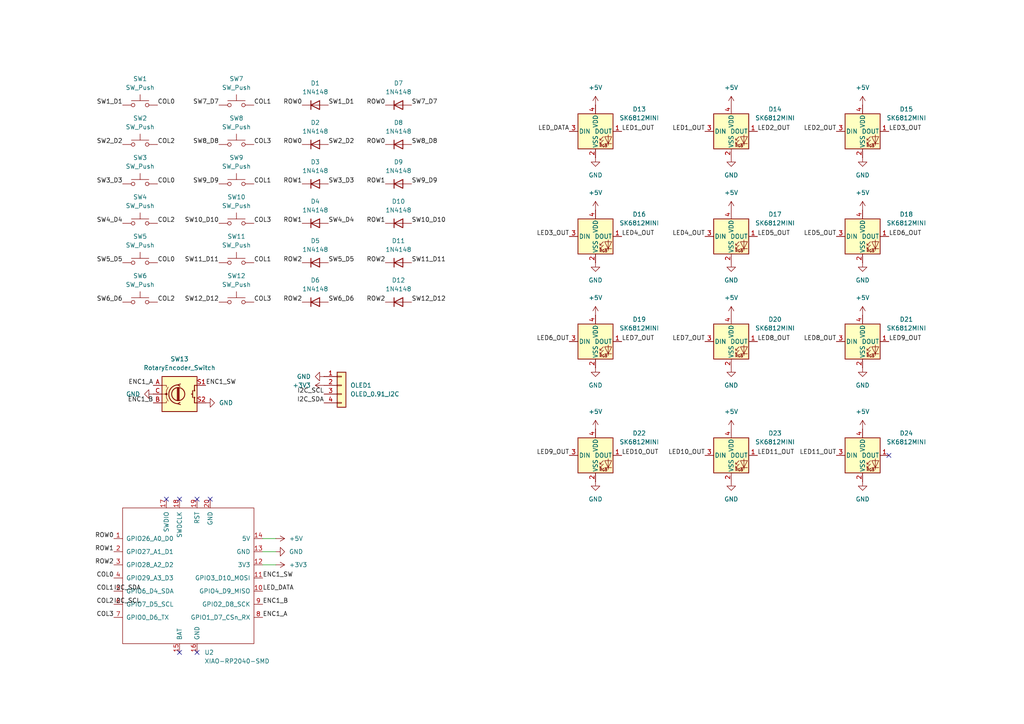
<source format=kicad_sch>
(kicad_sch (version 20250114) (generator "eeschema") (generator_version "9.0")
  (paper "A4")
  (lib_symbols
    (symbol "Conn_01x04_1" (pin_names (offset 1.016) (hide yes))
      (property "Reference" "OLED1" (at 2.54 0.0001 0))
      (property "Value" "OLED_0.91_I2C" (at 2.54 -2.5399 0))
      (symbol "Conn_01x04_1_1_1"
        (rectangle (start -1.27 3.81) (end 1.27 -6.35) (stroke (width 0.254)) (fill (type background)))
        (rectangle (start -1.27 2.667) (end 0 2.413) (stroke (width 0.1524)))
        (rectangle (start -1.27 0.127) (end 0 -0.127) (stroke (width 0.1524)))
        (rectangle (start -1.27 -2.413) (end 0 -2.667) (stroke (width 0.1524)))
        (rectangle (start -1.27 -4.953) (end 0 -5.207) (stroke (width 0.1524)))
        (pin power_in line (at -5.08 2.54 0) (length 3.81) (name "Pin_1") (number "1"))
        (pin power_in line (at -5.08 0 0) (length 3.81) (name "Pin_2") (number "2"))
        (pin input line (at -5.08 -2.54 0) (length 3.81) (name "Pin_3") (number "3"))
        (pin bidirectional line (at -5.08 -5.08 0) (length 3.81) (name "Pin_4") (number "4"))
      )
    )
    (symbol "Device:RotaryEncoder_Switch" (pin_names (offset 0.254) (hide yes))
      (property "Reference" "SW" (at 0 6.604 0))
      (property "Value" "RotaryEncoder_Switch" (at 0 -6.604 0))
      (symbol "RotaryEncoder_Switch_0_1"
        (rectangle (start -5.08 5.08) (end 5.08 -5.08) (stroke (width 0.254)) (fill (type background)))
        (polyline (pts (xy -5.08 2.54) (xy -3.81 2.54) (xy -3.81 2.032)))
        (polyline (pts (xy -5.08 0) (xy -3.81 0) (xy -3.81 -1.016) (xy -3.302 -2.032)))
        (polyline (pts (xy -5.08 -2.54) (xy -3.81 -2.54) (xy -3.81 -2.032)))
        (polyline (pts (xy -4.318 0) (xy -3.81 0) (xy -3.81 1.016) (xy -3.302 2.032)))
        (circle (center -3.81 0) (radius 0.254) (fill (type outline)))
        (polyline (pts (xy -0.635 -1.778) (xy -0.635 1.778)) (stroke (width 0.254)))
        (circle (center -0.381 0) (radius 1.905) (stroke (width 0.254)))
        (polyline (pts (xy -0.381 -1.778) (xy -0.381 1.778)) (stroke (width 0.254)))
        (arc (start -0.381 -2.794) (mid -3.0988 -0.0635) (end -0.381 2.667) (stroke (width 0.254)))
        (polyline (pts (xy -0.127 1.778) (xy -0.127 -1.778)) (stroke (width 0.254)))
        (polyline (pts (xy 0.254 2.921) (xy -0.508 2.667) (xy 0.127 2.286)) (stroke (width 0.254)))
        (polyline (pts (xy 0.254 -3.048) (xy -0.508 -2.794) (xy 0.127 -2.413)) (stroke (width 0.254)))
        (polyline (pts (xy 3.81 1.016) (xy 3.81 -1.016)) (stroke (width 0.254)))
        (polyline (pts (xy 3.81 0) (xy 3.429 0)) (stroke (width 0.254)))
        (circle (center 4.318 1.016) (radius 0.127) (stroke (width 0.254)))
        (circle (center 4.318 -1.016) (radius 0.127) (stroke (width 0.254)))
        (polyline (pts (xy 5.08 2.54) (xy 4.318 2.54) (xy 4.318 1.016)) (stroke (width 0.254)))
        (polyline (pts (xy 5.08 -2.54) (xy 4.318 -2.54) (xy 4.318 -1.016)) (stroke (width 0.254)))
      )
      (symbol "RotaryEncoder_Switch_1_1"
        (pin passive line (at -7.62 2.54 0) (length 2.54) (name "A") (number "A"))
        (pin passive line (at -7.62 0 0) (length 2.54) (name "C") (number "C"))
        (pin passive line (at -7.62 -2.54 0) (length 2.54) (name "B") (number "B"))
        (pin passive line (at 7.62 2.54 180) (length 2.54) (name "S1") (number "S1"))
        (pin passive line (at 7.62 -2.54 180) (length 2.54) (name "S2") (number "S2"))
      )
    )
    (symbol "Diode:1N4148" (pin_numbers (hide yes)) (pin_names (hide yes))
      (property "Reference" "D" (at 0 2.54 0))
      (property "Value" "1N4148" (at 0 -2.54 0))
      (symbol "1N4148_0_1"
        (polyline (pts (xy -1.27 1.27) (xy -1.27 -1.27)) (stroke (width 0.254)))
        (polyline (pts (xy 1.27 1.27) (xy 1.27 -1.27) (xy -1.27 0) (xy 1.27 1.27)) (stroke (width 0.254)))
        (polyline (pts (xy 1.27 0) (xy -1.27 0)))
      )
      (symbol "1N4148_1_1"
        (pin passive line (at -3.81 0 0) (length 2.54) (name "K") (number "1"))
        (pin passive line (at 3.81 0 180) (length 2.54) (name "A") (number "2"))
      )
    )
    (symbol "LED:SK6812MINI" (pin_names (offset 0.254))
      (property "Reference" "D" (at 5.08 5.715 0))
      (property "Value" "SK6812MINI" (at 1.27 -5.715 0))
      (symbol "SK6812MINI_0_0"
        (text "RGB" (at 2.286 -4.191 0) (effects (font (size 0.762 0.762))))
      )
      (symbol "SK6812MINI_0_1"
        (polyline (pts (xy 1.27 -2.54) (xy 1.778 -2.54)))
        (polyline (pts (xy 1.27 -3.556) (xy 1.778 -3.556)))
        (polyline (pts (xy 2.286 -1.524) (xy 1.27 -2.54) (xy 1.27 -2.032)))
        (polyline (pts (xy 2.286 -2.54) (xy 1.27 -3.556) (xy 1.27 -3.048)))
        (polyline (pts (xy 3.683 -1.016) (xy 3.683 -3.556) (xy 3.683 -4.064)))
        (polyline (pts (xy 4.699 -1.524) (xy 2.667 -1.524) (xy 3.683 -3.556) (xy 4.699 -1.524)))
        (polyline (pts (xy 4.699 -3.556) (xy 2.667 -3.556)))
        (rectangle (start 5.08 5.08) (end -5.08 -5.08) (stroke (width 0.254)) (fill (type background)))
      )
      (symbol "SK6812MINI_1_1"
        (pin input line (at -7.62 0 0) (length 2.54) (name "DIN") (number "3"))
        (pin power_in line (at 0 7.62 270) (length 2.54) (name "VDD") (number "4"))
        (pin power_in line (at 0 -7.62 90) (length 2.54) (name "VSS") (number "2"))
        (pin output line (at 7.62 0 180) (length 2.54) (name "DOUT") (number "1"))
      )
    )
    (symbol "OPL:XIAO-RP2040-SMD" (pin_names (offset 1.016))
      (property "Reference" "U" (at -18.542 23.114 0))
      (property "Value" "XIAO-RP2040-SMD" (at -8.382 21.336 0))
      (symbol "XIAO-RP2040-SMD_0_1"
        (rectangle (start 19.05 -19.05) (end -19.05 20.32))
      )
      (symbol "XIAO-RP2040-SMD_1_1"
        (pin passive line (at -21.59 11.43 0) (length 2.54) (name "GPIO26_A0_D0") (number "1"))
        (pin passive line (at -21.59 7.62 0) (length 2.54) (name "GPIO27_A1_D1") (number "2"))
        (pin passive line (at -21.59 3.81 0) (length 2.54) (name "GPIO28_A2_D2") (number "3"))
        (pin passive line (at -21.59 0 0) (length 2.54) (name "GPIO29_A3_D3") (number "4"))
        (pin passive line (at -21.59 -3.81 0) (length 2.54) (name "GPIO6_D4_SDA") (number "5"))
        (pin passive line (at -21.59 -7.62 0) (length 2.54) (name "GPIO7_D5_SCL") (number "6"))
        (pin passive line (at -21.59 -11.43 0) (length 2.54) (name "GPIO0_D6_TX") (number "7"))
        (pin passive line (at -6.35 22.86 270) (length 2.54) (name "SWDIO") (number "17"))
        (pin passive line (at -2.54 22.86 270) (length 2.54) (name "SWDCLK") (number "18"))
        (pin passive line (at -2.54 -21.59 90) (length 2.54) (name "BAT") (number "15"))
        (pin passive line (at 2.54 22.86 270) (length 2.54) (name "RST") (number "19"))
        (pin passive line (at 2.54 -21.59 90) (length 2.54) (name "GND") (number "16"))
        (pin passive line (at 6.35 22.86 270) (length 2.54) (name "GND") (number "20"))
        (pin passive line (at 21.59 11.43 180) (length 2.54) (name "5V") (number "14"))
        (pin passive line (at 21.59 7.62 180) (length 2.54) (name "GND") (number "13"))
        (pin passive line (at 21.59 3.81 180) (length 2.54) (name "3V3") (number "12"))
        (pin passive line (at 21.59 0 180) (length 2.54) (name "GPIO3_D10_MOSI") (number "11"))
        (pin passive line (at 21.59 -3.81 180) (length 2.54) (name "GPIO4_D9_MISO") (number "10"))
        (pin passive line (at 21.59 -7.62 180) (length 2.54) (name "GPIO2_D8_SCK") (number "9"))
        (pin passive line (at 21.59 -11.43 180) (length 2.54) (name "GPIO1_D7_CSn_RX") (number "8"))
      )
    )
    (symbol "Switch:SW_Push" (pin_numbers (hide yes)) (pin_names (offset 1.016) (hide yes))
      (property "Reference" "SW" (at 1.27 2.54 0))
      (property "Value" "SW_Push" (at 0 -1.524 0))
      (symbol "SW_Push_0_1"
        (circle (center -2.032 0) (radius 0.508))
        (polyline (pts (xy 0 1.27) (xy 0 3.048)))
        (circle (center 2.032 0) (radius 0.508))
        (polyline (pts (xy 2.54 1.27) (xy -2.54 1.27)))
        (pin passive line (at -5.08 0 0) (length 2.54) (name "1") (number "1"))
        (pin passive line (at 5.08 0 180) (length 2.54) (name "2") (number "2"))
      )
    )
    (symbol "power:+3V3" (power) (pin_numbers (hide yes)) (pin_names (offset 0) (hide yes))
      (property "Value" "+3V3" (at 0 3.556 0))
      (symbol "+3V3_0_1"
        (polyline (pts (xy -0.762 1.27) (xy 0 2.54)))
        (polyline (pts (xy 0 2.54) (xy 0.762 1.27)))
        (polyline (pts (xy 0 0) (xy 0 2.54)))
      )
      (symbol "+3V3_1_1"
        (pin power_in line (at 0 0 90) (length 0) (name "~") (number "1"))
      )
    )
    (symbol "power:+5V" (power) (pin_numbers (hide yes)) (pin_names (offset 0) (hide yes))
      (property "Value" "+5V" (at 0 3.556 0))
      (symbol "+5V_0_1"
        (polyline (pts (xy -0.762 1.27) (xy 0 2.54)))
        (polyline (pts (xy 0 2.54) (xy 0.762 1.27)))
        (polyline (pts (xy 0 0) (xy 0 2.54)))
      )
      (symbol "+5V_1_1"
        (pin power_in line (at 0 0 90) (length 0) (name "~") (number "1"))
      )
    )
    (symbol "power:GND" (power) (pin_numbers (hide yes)) (pin_names (offset 0) (hide yes))
      (property "Value" "GND" (at 0 -3.81 0))
      (symbol "GND_0_1"
        (polyline (pts (xy 0 0) (xy 0 -1.27) (xy 1.27 -1.27) (xy 0 -2.54) (xy -1.27 -1.27) (xy 0 -1.27)))
      )
      (symbol "GND_1_1"
        (pin power_in line (at 0 0 270) (length 0) (name "~") (number "1"))
      )
    )
  )
  (no_connect (at 57.15 189.23))
  (no_connect (at 52.07 189.23))
  (no_connect (at 57.15 144.78))
  (no_connect (at 60.96 144.78))
  (no_connect (at 52.07 144.78))
  (no_connect (at 257.81 132.08))
  (no_connect (at 48.26 144.78))
  (wire (pts (xy 76.2 160.02) (xy 80.01 160.02)))
  (wire (pts (xy 76.2 163.83) (xy 80.01 163.83)))
  (wire (pts (xy 76.2 156.21) (xy 80.01 156.21)))
  (label "SW8_D8" (at 119.38 41.91 0))
  (label "LED_DATA" (at 165.1 38.1 180))
  (label "LED9_OUT" (at 165.1 132.08 180))
  (label "ENC1_A" (at 76.2 179.07 0))
  (label "ENC1_B" (at 44.45 116.84 180))
  (label "SW3_D3" (at 95.25 53.34 0))
  (label "COL3" (at 33.02 179.07 180))
  (label "LED4_OUT" (at 180.34 68.58 0))
  (label "COL0" (at 33.02 167.64 180))
  (label "SW11_D11" (at 119.38 76.2 0))
  (label "SW10_D10" (at 63.5 64.77 180))
  (label "SW2_D2" (at 95.25 41.91 0))
  (label "ENC1_B" (at 76.2 175.26 0))
  (label "SW5_D5" (at 35.56 76.2 180))
  (label "ROW2" (at 111.76 76.2 180))
  (label "ROW2" (at 111.76 87.63 180))
  (label "LED6_OUT" (at 257.81 68.58 0))
  (label "SW4_D4" (at 95.25 64.77 0))
  (label "COL3" (at 73.66 87.63 0))
  (label "I2C_SCL" (at 93.98 114.3 180))
  (label "LED11_OUT" (at 219.71 132.08 0))
  (label "ROW2" (at 87.63 87.63 180))
  (label "COL2" (at 33.02 175.26 180))
  (label "SW4_D4" (at 35.56 64.77 180))
  (label "COL2" (at 45.72 64.77 0))
  (label "SW9_D9" (at 119.38 53.34 0))
  (label "LED2_OUT" (at 219.71 38.1 0))
  (label "LED8_OUT" (at 219.71 99.06 0))
  (label "LED7_OUT" (at 204.47 99.06 180))
  (label "I2C_SDA" (at 93.98 116.84 180))
  (label "ROW1" (at 111.76 64.77 180))
  (label "COL3" (at 73.66 64.77 0))
  (label "ROW0" (at 33.02 156.21 180))
  (label "COL1" (at 73.66 53.34 0))
  (label "COL1" (at 73.66 76.2 0))
  (label "ENC1_A" (at 44.45 111.76 180))
  (label "LED7_OUT" (at 180.34 99.06 0))
  (label "I2C_SCL" (at 33.02 175.26 0))
  (label "LED10_OUT" (at 180.34 132.08 0))
  (label "LED4_OUT" (at 204.47 68.58 180))
  (label "SW11_D11" (at 63.5 76.2 180))
  (label "SW6_D6" (at 95.25 87.63 0))
  (label "LED11_OUT" (at 242.57 132.08 180))
  (label "ROW0" (at 111.76 41.91 180))
  (label "SW7_D7" (at 119.38 30.48 0))
  (label "ROW1" (at 33.02 160.02 180))
  (label "ROW1" (at 87.63 53.34 180))
  (label "ROW1" (at 87.63 64.77 180))
  (label "LED8_OUT" (at 242.57 99.06 180))
  (label "SW6_D6" (at 35.56 87.63 180))
  (label "ROW0" (at 87.63 30.48 180))
  (label "SW12_D12" (at 63.5 87.63 180))
  (label "I2C_SDA" (at 33.02 171.45 0))
  (label "LED1_OUT" (at 204.47 38.1 180))
  (label "LED6_OUT" (at 165.1 99.06 180))
  (label "SW1_D1" (at 95.25 30.48 0))
  (label "LED10_OUT" (at 204.47 132.08 180))
  (label "LED_DATA" (at 76.2 171.45 0))
  (label "COL3" (at 73.66 41.91 0))
  (label "COL0" (at 45.72 76.2 0))
  (label "SW1_D1" (at 35.56 30.48 180))
  (label "ROW2" (at 33.02 163.83 180))
  (label "SW10_D10" (at 119.38 64.77 0))
  (label "ENC1_SW" (at 59.69 111.76 0))
  (label "LED2_OUT" (at 242.57 38.1 180))
  (label "LED9_OUT" (at 257.81 99.06 0))
  (label "COL0" (at 45.72 53.34 0))
  (label "ROW2" (at 87.63 76.2 180))
  (label "ROW0" (at 87.63 41.91 180))
  (label "SW2_D2" (at 35.56 41.91 180))
  (label "COL2" (at 45.72 41.91 0))
  (label "COL1" (at 73.66 30.48 0))
  (label "LED3_OUT" (at 257.81 38.1 0))
  (label "COL2" (at 45.72 87.63 0))
  (label "COL0" (at 45.72 30.48 0))
  (label "SW3_D3" (at 35.56 53.34 180))
  (label "SW7_D7" (at 63.5 30.48 180))
  (label "LED5_OUT" (at 219.71 68.58 0))
  (label "SW5_D5" (at 95.25 76.2 0))
  (label "SW9_D9" (at 63.5 53.34 180))
  (label "LED5_OUT" (at 242.57 68.58 180))
  (label "SW8_D8" (at 63.5 41.91 180))
  (label "LED3_OUT" (at 165.1 68.58 180))
  (label "ROW0" (at 111.76 30.48 180))
  (label "ROW1" (at 111.76 53.34 180))
  (label "SW12_D12" (at 119.38 87.63 0))
  (label "LED1_OUT" (at 180.34 38.1 0))
  (label "COL1" (at 33.02 171.45 180))
  (label "ENC1_SW" (at 76.2 167.64 0))
  (symbol (lib_id "LED:SK6812MINI") (at 212.09 38.1 0) (unit 1)
    (property "Reference" "D14" (at 224.79 31.6798 0))
    (property "Value" "SK6812MINI" (at 224.79 34.2198 0))
    (property "Footprint" "LED_SMD:LED_SK6812MINI_PLCC4_3.5x3.5mm_P1.75mm" (effects (hide yes)))
    (property "Datasheet" "https://cdn-shop.adafruit.com/product-files/2686/SK6812MINI_REV.01-1-2.pdf" (effects (hide yes)))
    (property "Description" "RGB LED with integrated controller" (effects (hide yes)))
  )
  (symbol (lib_id "LED:SK6812MINI") (at 172.72 68.58 0) (unit 1)
    (property "Reference" "D16" (at 185.42 62.1598 0))
    (property "Value" "SK6812MINI" (at 185.42 64.6998 0))
    (property "Footprint" "LED_SMD:LED_SK6812MINI_PLCC4_3.5x3.5mm_P1.75mm" (effects (hide yes)))
    (property "Datasheet" "https://cdn-shop.adafruit.com/product-files/2686/SK6812MINI_REV.01-1-2.pdf" (effects (hide yes)))
    (property "Description" "RGB LED with integrated controller" (effects (hide yes)))
  )
  (symbol (lib_id "Switch:SW_Push") (at 40.64 64.77 0) (unit 1)
    (property "Reference" "SW4" (at 40.64 57.15 0))
    (property "Value" "SW_Push" (at 40.64 59.69 0))
    (property "Footprint" "Button_Switch_Keyboard:SW_Cherry_MX_1.00u_PCB" (effects (hide yes)))
    (property "Description" "Push button switch, generic, two pins" (effects (hide yes)))
  )
  (symbol (lib_id "power:GND") (at 172.72 139.7 0) (unit 1)
    (property "Reference" "#PWR025" (effects (hide yes)))
    (property "Value" "GND" (at 172.72 144.78 0))
    (property "Description" "Power symbol creates a global label with name \"GND\" , ground" (effects (hide yes)))
  )
  (symbol (lib_id "LED:SK6812MINI") (at 212.09 132.08 0) (unit 1)
    (property "Reference" "D23" (at 224.79 125.6598 0))
    (property "Value" "SK6812MINI" (at 224.79 128.1998 0))
    (property "Footprint" "LED_SMD:LED_SK6812MINI_PLCC4_3.5x3.5mm_P1.75mm" (effects (hide yes)))
    (property "Datasheet" "https://cdn-shop.adafruit.com/product-files/2686/SK6812MINI_REV.01-1-2.pdf" (effects (hide yes)))
    (property "Description" "RGB LED with integrated controller" (effects (hide yes)))
  )
  (symbol (lib_id "power:GND") (at 250.19 106.68 0) (unit 1)
    (property "Reference" "#PWR027" (effects (hide yes)))
    (property "Value" "GND" (at 250.19 111.76 0))
    (property "Description" "Power symbol creates a global label with name \"GND\" , ground" (effects (hide yes)))
  )
  (symbol (lib_id "Diode:1N4148") (at 115.57 41.91 0) (unit 1)
    (property "Reference" "D8" (at 115.57 35.56 0))
    (property "Value" "1N4148" (at 115.57 38.1 0))
    (property "Footprint" "Diode_THT:D_DO-35_SOD27_P7.62mm_Horizontal" (effects (hide yes)))
    (property "Datasheet" "https://assets.nexperia.com/documents/data-sheet/1N4148_1N4448.pdf" (effects (hide yes)))
    (property "Description" "100V 0.15A standard switching diode, DO-35" (effects (hide yes)))
    (property "Sim.Device" "D" (effects (hide yes)))
    (property "Sim.Pins" "1=K 2=A" (effects (hide yes)))
  )
  (symbol (lib_id "power:+3V3") (at 80.01 163.83 270) (unit 1)
    (property "Reference" "#PWR03" (effects (hide yes)))
    (property "Value" "+3V3" (at 83.82 163.8299 90) (effects (justify left)))
    (property "Description" "Power symbol creates a global label with name \"+3V3\"" (effects (hide yes)))
  )
  (symbol (lib_id "Diode:1N4148") (at 115.57 76.2 0) (unit 1)
    (property "Reference" "D11" (at 115.57 69.85 0))
    (property "Value" "1N4148" (at 115.57 72.39 0))
    (property "Footprint" "Diode_THT:D_DO-35_SOD27_P7.62mm_Horizontal" (effects (hide yes)))
    (property "Datasheet" "https://assets.nexperia.com/documents/data-sheet/1N4148_1N4448.pdf" (effects (hide yes)))
    (property "Description" "100V 0.15A standard switching diode, DO-35" (effects (hide yes)))
    (property "Sim.Device" "D" (effects (hide yes)))
    (property "Sim.Pins" "1=K 2=A" (effects (hide yes)))
  )
  (symbol (lib_id "Diode:1N4148") (at 91.44 76.2 0) (unit 1)
    (property "Reference" "D5" (at 91.44 69.85 0))
    (property "Value" "1N4148" (at 91.44 72.39 0))
    (property "Footprint" "Diode_THT:D_DO-35_SOD27_P7.62mm_Horizontal" (effects (hide yes)))
    (property "Datasheet" "https://assets.nexperia.com/documents/data-sheet/1N4148_1N4448.pdf" (effects (hide yes)))
    (property "Description" "100V 0.15A standard switching diode, DO-35" (effects (hide yes)))
    (property "Sim.Device" "D" (effects (hide yes)))
    (property "Sim.Pins" "1=K 2=A" (effects (hide yes)))
  )
  (symbol (lib_id "power:+5V") (at 212.09 124.46 0) (unit 1)
    (property "Reference" "#PWR031" (effects (hide yes)))
    (property "Value" "+5V" (at 212.09 119.38 0))
    (property "Description" "Power symbol creates a global label with name \"+5V\"" (effects (hide yes)))
  )
  (symbol (lib_id "power:+5V") (at 250.19 91.44 0) (unit 1)
    (property "Reference" "#PWR024" (effects (hide yes)))
    (property "Value" "+5V" (at 250.19 86.36 0))
    (property "Description" "Power symbol creates a global label with name \"+5V\"" (effects (hide yes)))
  )
  (symbol (lib_id "Diode:1N4148") (at 115.57 64.77 0) (unit 1)
    (property "Reference" "D10" (at 115.57 58.42 0))
    (property "Value" "1N4148" (at 115.57 60.96 0))
    (property "Footprint" "Diode_THT:D_DO-35_SOD27_P7.62mm_Horizontal" (effects (hide yes)))
    (property "Datasheet" "https://assets.nexperia.com/documents/data-sheet/1N4148_1N4448.pdf" (effects (hide yes)))
    (property "Description" "100V 0.15A standard switching diode, DO-35" (effects (hide yes)))
    (property "Sim.Device" "D" (effects (hide yes)))
    (property "Sim.Pins" "1=K 2=A" (effects (hide yes)))
  )
  (symbol (lib_id "power:+5V") (at 250.19 30.48 0) (unit 1)
    (property "Reference" "#PWR012" (effects (hide yes)))
    (property "Value" "+5V" (at 250.19 25.4 0))
    (property "Description" "Power symbol creates a global label with name \"+5V\"" (effects (hide yes)))
  )
  (symbol (lib_id "power:+5V") (at 212.09 60.96 0) (unit 1)
    (property "Reference" "#PWR016" (effects (hide yes)))
    (property "Value" "+5V" (at 212.09 55.88 0))
    (property "Description" "Power symbol creates a global label with name \"+5V\"" (effects (hide yes)))
  )
  (symbol (lib_id "LED:SK6812MINI") (at 250.19 68.58 0) (unit 1)
    (property "Reference" "D18" (at 262.89 62.1598 0))
    (property "Value" "SK6812MINI" (at 262.89 64.6998 0))
    (property "Footprint" "LED_SMD:LED_SK6812MINI_PLCC4_3.5x3.5mm_P1.75mm" (effects (hide yes)))
    (property "Datasheet" "https://cdn-shop.adafruit.com/product-files/2686/SK6812MINI_REV.01-1-2.pdf" (effects (hide yes)))
    (property "Description" "RGB LED with integrated controller" (effects (hide yes)))
  )
  (symbol (lib_id "power:GND") (at 172.72 106.68 0) (unit 1)
    (property "Reference" "#PWR021" (effects (hide yes)))
    (property "Value" "GND" (at 172.72 111.76 0))
    (property "Description" "Power symbol creates a global label with name \"GND\" , ground" (effects (hide yes)))
  )
  (symbol (lib_id "power:GND") (at 172.72 76.2 0) (unit 1)
    (property "Reference" "#PWR015" (effects (hide yes)))
    (property "Value" "GND" (at 172.72 81.28 0))
    (property "Description" "Power symbol creates a global label with name \"GND\" , ground" (effects (hide yes)))
  )
  (symbol (lib_id "power:GND") (at 250.19 45.72 0) (unit 1)
    (property "Reference" "#PWR013" (effects (hide yes)))
    (property "Value" "GND" (at 250.19 50.8 0))
    (property "Description" "Power symbol creates a global label with name \"GND\" , ground" (effects (hide yes)))
  )
  (symbol (lib_id "power:GND") (at 172.72 45.72 0) (unit 1)
    (property "Reference" "#PWR09" (effects (hide yes)))
    (property "Value" "GND" (at 172.72 50.8 0))
    (property "Description" "Power symbol creates a global label with name \"GND\" , ground" (effects (hide yes)))
  )
  (symbol (lib_id "Switch:SW_Push") (at 68.58 64.77 0) (unit 1)
    (property "Reference" "SW10" (at 68.58 57.15 0))
    (property "Value" "SW_Push" (at 68.58 59.69 0))
    (property "Footprint" "Button_Switch_Keyboard:SW_Cherry_MX_1.00u_PCB" (effects (hide yes)))
    (property "Description" "Push button switch, generic, two pins" (effects (hide yes)))
  )
  (symbol (lib_id "power:GND") (at 93.98 109.22 270) (unit 1)
    (property "Reference" "#PWR05" (effects (hide yes)))
    (property "Value" "GND" (at 90.17 109.2199 90) (effects (justify right)))
    (property "Description" "Power symbol creates a global label with name \"GND\" , ground" (effects (hide yes)))
  )
  (symbol (lib_id "power:GND") (at 212.09 76.2 0) (unit 1)
    (property "Reference" "#PWR017" (effects (hide yes)))
    (property "Value" "GND" (at 212.09 81.28 0))
    (property "Description" "Power symbol creates a global label with name \"GND\" , ground" (effects (hide yes)))
  )
  (symbol (lib_id "LED:SK6812MINI") (at 212.09 99.06 0) (unit 1)
    (property "Reference" "D20" (at 224.79 92.6398 0))
    (property "Value" "SK6812MINI" (at 224.79 95.1798 0))
    (property "Footprint" "LED_SMD:LED_SK6812MINI_PLCC4_3.5x3.5mm_P1.75mm" (effects (hide yes)))
    (property "Datasheet" "https://cdn-shop.adafruit.com/product-files/2686/SK6812MINI_REV.01-1-2.pdf" (effects (hide yes)))
    (property "Description" "RGB LED with integrated controller" (effects (hide yes)))
  )
  (symbol (lib_id "LED:SK6812MINI") (at 172.72 38.1 0) (unit 1)
    (property "Reference" "D13" (at 185.42 31.6798 0))
    (property "Value" "SK6812MINI" (at 185.42 34.2198 0))
    (property "Footprint" "LED_SMD:LED_SK6812MINI_PLCC4_3.5x3.5mm_P1.75mm" (effects (hide yes)))
    (property "Datasheet" "https://cdn-shop.adafruit.com/product-files/2686/SK6812MINI_REV.01-1-2.pdf" (effects (hide yes)))
    (property "Description" "RGB LED with integrated controller" (effects (hide yes)))
  )
  (symbol (lib_id "Switch:SW_Push") (at 68.58 30.48 0) (unit 1)
    (property "Reference" "SW7" (at 68.58 22.86 0))
    (property "Value" "SW_Push" (at 68.58 25.4 0))
    (property "Footprint" "Button_Switch_Keyboard:SW_Cherry_MX_1.00u_PCB" (effects (hide yes)))
    (property "Description" "Push button switch, generic, two pins" (effects (hide yes)))
  )
  (symbol (lib_id "power:GND") (at 212.09 106.68 0) (unit 1)
    (property "Reference" "#PWR023" (effects (hide yes)))
    (property "Value" "GND" (at 212.09 111.76 0))
    (property "Description" "Power symbol creates a global label with name \"GND\" , ground" (effects (hide yes)))
  )
  (symbol (lib_id "power:GND") (at 250.19 139.7 0) (unit 1)
    (property "Reference" "#PWR028" (effects (hide yes)))
    (property "Value" "GND" (at 250.19 144.78 0))
    (property "Description" "Power symbol creates a global label with name \"GND\" , ground" (effects (hide yes)))
  )
  (symbol (lib_id "power:+5V") (at 172.72 30.48 0) (unit 1)
    (property "Reference" "#PWR08" (effects (hide yes)))
    (property "Value" "+5V" (at 172.72 25.4 0))
    (property "Description" "Power symbol creates a global label with name \"+5V\"" (effects (hide yes)))
  )
  (symbol (lib_id "Switch:SW_Push") (at 40.64 53.34 0) (unit 1)
    (property "Reference" "SW3" (at 40.64 45.72 0))
    (property "Value" "SW_Push" (at 40.64 48.26 0))
    (property "Footprint" "Button_Switch_Keyboard:SW_Cherry_MX_1.00u_PCB" (effects (hide yes)))
    (property "Description" "Push button switch, generic, two pins" (effects (hide yes)))
  )
  (symbol (lib_id "Switch:SW_Push") (at 40.64 30.48 0) (unit 1)
    (property "Reference" "SW1" (at 40.64 22.86 0))
    (property "Value" "SW_Push" (at 40.64 25.4 0))
    (property "Footprint" "Button_Switch_Keyboard:SW_Cherry_MX_1.00u_PCB" (effects (hide yes)))
    (property "Description" "Push button switch, generic, two pins" (effects (hide yes)))
  )
  (symbol (lib_id "Diode:1N4148") (at 115.57 30.48 0) (unit 1)
    (property "Reference" "D7" (at 115.57 24.13 0))
    (property "Value" "1N4148" (at 115.57 26.67 0))
    (property "Footprint" "Diode_THT:D_DO-35_SOD27_P7.62mm_Horizontal" (effects (hide yes)))
    (property "Datasheet" "https://assets.nexperia.com/documents/data-sheet/1N4148_1N4448.pdf" (effects (hide yes)))
    (property "Description" "100V 0.15A standard switching diode, DO-35" (effects (hide yes)))
    (property "Sim.Device" "D" (effects (hide yes)))
    (property "Sim.Pins" "1=K 2=A" (effects (hide yes)))
  )
  (symbol (lib_id "LED:SK6812MINI") (at 212.09 68.58 0) (unit 1)
    (property "Reference" "D17" (at 224.79 62.1598 0))
    (property "Value" "SK6812MINI" (at 224.79 64.6998 0))
    (property "Footprint" "LED_SMD:LED_SK6812MINI_PLCC4_3.5x3.5mm_P1.75mm" (effects (hide yes)))
    (property "Datasheet" "https://cdn-shop.adafruit.com/product-files/2686/SK6812MINI_REV.01-1-2.pdf" (effects (hide yes)))
    (property "Description" "RGB LED with integrated controller" (effects (hide yes)))
  )
  (symbol (lib_id "power:GND") (at 212.09 139.7 0) (unit 1)
    (property "Reference" "#PWR029" (effects (hide yes)))
    (property "Value" "GND" (at 212.09 144.78 0))
    (property "Description" "Power symbol creates a global label with name \"GND\" , ground" (effects (hide yes)))
  )
  (symbol (lib_id "OPL:XIAO-RP2040-SMD") (at 54.61 167.64 0) (unit 1)
    (property "Reference" "U2" (at 59.2933 189.23 0) (effects (justify left)))
    (property "Value" "XIAO-RP2040-SMD" (at 59.2933 191.77 0) (effects (justify left)))
    (property "Footprint" "OPL:XIAO-RP2040-SMD" (effects (hide yes)))
  )
  (symbol (lib_id "LED:SK6812MINI") (at 250.19 132.08 0) (unit 1)
    (property "Reference" "D24" (at 262.89 125.6598 0))
    (property "Value" "SK6812MINI" (at 262.89 128.1998 0))
    (property "Footprint" "LED_SMD:LED_SK6812MINI_PLCC4_3.5x3.5mm_P1.75mm" (effects (hide yes)))
    (property "Datasheet" "https://cdn-shop.adafruit.com/product-files/2686/SK6812MINI_REV.01-1-2.pdf" (effects (hide yes)))
    (property "Description" "RGB LED with integrated controller" (effects (hide yes)))
  )
  (symbol (lib_id "Switch:SW_Push") (at 40.64 76.2 0) (unit 1)
    (property "Reference" "SW5" (at 40.64 68.58 0))
    (property "Value" "SW_Push" (at 40.64 71.12 0))
    (property "Footprint" "Button_Switch_Keyboard:SW_Cherry_MX_1.00u_PCB" (effects (hide yes)))
    (property "Description" "Push button switch, generic, two pins" (effects (hide yes)))
  )
  (symbol (lib_id "Switch:SW_Push") (at 68.58 53.34 0) (unit 1)
    (property "Reference" "SW9" (at 68.58 45.72 0))
    (property "Value" "SW_Push" (at 68.58 48.26 0))
    (property "Footprint" "Button_Switch_Keyboard:SW_Cherry_MX_1.00u_PCB" (effects (hide yes)))
    (property "Description" "Push button switch, generic, two pins" (effects (hide yes)))
  )
  (symbol (lib_id "Diode:1N4148") (at 91.44 87.63 0) (unit 1)
    (property "Reference" "D6" (at 91.44 81.28 0))
    (property "Value" "1N4148" (at 91.44 83.82 0))
    (property "Footprint" "Diode_THT:D_DO-35_SOD27_P7.62mm_Horizontal" (effects (hide yes)))
    (property "Datasheet" "https://assets.nexperia.com/documents/data-sheet/1N4148_1N4448.pdf" (effects (hide yes)))
    (property "Description" "100V 0.15A standard switching diode, DO-35" (effects (hide yes)))
    (property "Sim.Device" "D" (effects (hide yes)))
    (property "Sim.Pins" "1=K 2=A" (effects (hide yes)))
  )
  (symbol (lib_name "Conn_01x04_1") (lib_id "Connector_Generic:Conn_01x04") (at 99.06 111.76 0) (unit 1)
    (property "Reference" "OLED1" (at 101.6 111.7599 0) (effects (justify left)))
    (property "Value" "OLED_0.91_I2C" (at 101.6 114.2999 0) (effects (justify left)))
    (property "Footprint" "Connector_PinHeader_2.54mm:PinHeader_1x04_P2.54mm_Vertical" (effects (hide yes)))
    (property "Description" "Generic connector, single row, 01x04, script generated (kicad-library-utils/schlib/autogen/connector/)" (effects (hide yes)))
  )
  (symbol (lib_id "Device:RotaryEncoder_Switch") (at 52.07 114.3 0) (unit 1)
    (property "Reference" "SW13" (at 52.07 104.14 0))
    (property "Value" "RotaryEncoder_Switch" (at 52.07 106.68 0))
    (property "Footprint" "Rotary_Encoder:RotaryEncoder_Alps_EC11E-Switch_Vertical_H20mm" (effects (hide yes)))
    (property "Description" "Rotary encoder, dual channel, incremental quadrate outputs, with switch" (effects (hide yes)))
  )
  (symbol (lib_id "LED:SK6812MINI") (at 172.72 99.06 0) (unit 1)
    (property "Reference" "D19" (at 185.42 92.6398 0))
    (property "Value" "SK6812MINI" (at 185.42 95.1798 0))
    (property "Footprint" "LED_SMD:LED_SK6812MINI_PLCC4_3.5x3.5mm_P1.75mm" (effects (hide yes)))
    (property "Datasheet" "https://cdn-shop.adafruit.com/product-files/2686/SK6812MINI_REV.01-1-2.pdf" (effects (hide yes)))
    (property "Description" "RGB LED with integrated controller" (effects (hide yes)))
  )
  (symbol (lib_id "Switch:SW_Push") (at 68.58 76.2 0) (unit 1)
    (property "Reference" "SW11" (at 68.58 68.58 0))
    (property "Value" "SW_Push" (at 68.58 71.12 0))
    (property "Footprint" "Button_Switch_Keyboard:SW_Cherry_MX_1.00u_PCB" (effects (hide yes)))
    (property "Description" "Push button switch, generic, two pins" (effects (hide yes)))
  )
  (symbol (lib_id "power:+5V") (at 212.09 91.44 0) (unit 1)
    (property "Reference" "#PWR022" (effects (hide yes)))
    (property "Value" "+5V" (at 212.09 86.36 0))
    (property "Description" "Power symbol creates a global label with name \"+5V\"" (effects (hide yes)))
  )
  (symbol (lib_id "Diode:1N4148") (at 91.44 30.48 0) (unit 1)
    (property "Reference" "D1" (at 91.44 24.13 0))
    (property "Value" "1N4148" (at 91.44 26.67 0))
    (property "Footprint" "Diode_THT:D_DO-35_SOD27_P7.62mm_Horizontal" (effects (hide yes)))
    (property "Datasheet" "https://assets.nexperia.com/documents/data-sheet/1N4148_1N4448.pdf" (effects (hide yes)))
    (property "Description" "100V 0.15A standard switching diode, DO-35" (effects (hide yes)))
    (property "Sim.Device" "D" (effects (hide yes)))
    (property "Sim.Pins" "1=K 2=A" (effects (hide yes)))
  )
  (symbol (lib_id "Switch:SW_Push") (at 40.64 41.91 0) (unit 1)
    (property "Reference" "SW2" (at 40.64 34.29 0))
    (property "Value" "SW_Push" (at 40.64 36.83 0))
    (property "Footprint" "Button_Switch_Keyboard:SW_Cherry_MX_1.00u_PCB" (effects (hide yes)))
    (property "Description" "Push button switch, generic, two pins" (effects (hide yes)))
  )
  (symbol (lib_id "power:+5V") (at 212.09 30.48 0) (unit 1)
    (property "Reference" "#PWR010" (effects (hide yes)))
    (property "Value" "+5V" (at 212.09 25.4 0))
    (property "Description" "Power symbol creates a global label with name \"+5V\"" (effects (hide yes)))
  )
  (symbol (lib_id "power:+3V3") (at 93.98 111.76 90) (unit 1)
    (property "Reference" "#PWR04" (effects (hide yes)))
    (property "Value" "+3V3" (at 90.17 111.7599 90) (effects (justify left)))
    (property "Description" "Power symbol creates a global label with name \"+3V3\"" (effects (hide yes)))
  )
  (symbol (lib_id "Switch:SW_Push") (at 68.58 87.63 0) (unit 1)
    (property "Reference" "SW12" (at 68.58 80.01 0))
    (property "Value" "SW_Push" (at 68.58 82.55 0))
    (property "Footprint" "Button_Switch_Keyboard:SW_Cherry_MX_1.00u_PCB" (effects (hide yes)))
    (property "Description" "Push button switch, generic, two pins" (effects (hide yes)))
  )
  (symbol (lib_id "power:+5V") (at 80.01 156.21 270) (unit 1)
    (property "Reference" "#PWR01" (effects (hide yes)))
    (property "Value" "+5V" (at 83.82 156.2099 90) (effects (justify left)))
    (property "Description" "Power symbol creates a global label with name \"+5V\"" (effects (hide yes)))
  )
  (symbol (lib_id "power:+5V") (at 172.72 60.96 0) (unit 1)
    (property "Reference" "#PWR014" (effects (hide yes)))
    (property "Value" "+5V" (at 172.72 55.88 0))
    (property "Description" "Power symbol creates a global label with name \"+5V\"" (effects (hide yes)))
  )
  (symbol (lib_id "Diode:1N4148") (at 115.57 87.63 0) (unit 1)
    (property "Reference" "D12" (at 115.57 81.28 0))
    (property "Value" "1N4148" (at 115.57 83.82 0))
    (property "Footprint" "Diode_THT:D_DO-35_SOD27_P7.62mm_Horizontal" (effects (hide yes)))
    (property "Datasheet" "https://assets.nexperia.com/documents/data-sheet/1N4148_1N4448.pdf" (effects (hide yes)))
    (property "Description" "100V 0.15A standard switching diode, DO-35" (effects (hide yes)))
    (property "Sim.Device" "D" (effects (hide yes)))
    (property "Sim.Pins" "1=K 2=A" (effects (hide yes)))
  )
  (symbol (lib_id "LED:SK6812MINI") (at 172.72 132.08 0) (unit 1)
    (property "Reference" "D22" (at 185.42 125.6598 0))
    (property "Value" "SK6812MINI" (at 185.42 128.1998 0))
    (property "Footprint" "LED_SMD:LED_SK6812MINI_PLCC4_3.5x3.5mm_P1.75mm" (effects (hide yes)))
    (property "Datasheet" "https://cdn-shop.adafruit.com/product-files/2686/SK6812MINI_REV.01-1-2.pdf" (effects (hide yes)))
    (property "Description" "RGB LED with integrated controller" (effects (hide yes)))
  )
  (symbol (lib_id "Diode:1N4148") (at 91.44 64.77 0) (unit 1)
    (property "Reference" "D4" (at 91.44 58.42 0))
    (property "Value" "1N4148" (at 91.44 60.96 0))
    (property "Footprint" "Diode_THT:D_DO-35_SOD27_P7.62mm_Horizontal" (effects (hide yes)))
    (property "Datasheet" "https://assets.nexperia.com/documents/data-sheet/1N4148_1N4448.pdf" (effects (hide yes)))
    (property "Description" "100V 0.15A standard switching diode, DO-35" (effects (hide yes)))
    (property "Sim.Device" "D" (effects (hide yes)))
    (property "Sim.Pins" "1=K 2=A" (effects (hide yes)))
  )
  (symbol (lib_id "power:GND") (at 80.01 160.02 90) (unit 1)
    (property "Reference" "#PWR02" (effects (hide yes)))
    (property "Value" "GND" (at 83.82 160.0199 90) (effects (justify right)))
    (property "Description" "Power symbol creates a global label with name \"GND\" , ground" (effects (hide yes)))
  )
  (symbol (lib_id "Diode:1N4148") (at 91.44 53.34 0) (unit 1)
    (property "Reference" "D3" (at 91.44 46.99 0))
    (property "Value" "1N4148" (at 91.44 49.53 0))
    (property "Footprint" "Diode_THT:D_DO-35_SOD27_P7.62mm_Horizontal" (effects (hide yes)))
    (property "Datasheet" "https://assets.nexperia.com/documents/data-sheet/1N4148_1N4448.pdf" (effects (hide yes)))
    (property "Description" "100V 0.15A standard switching diode, DO-35" (effects (hide yes)))
    (property "Sim.Device" "D" (effects (hide yes)))
    (property "Sim.Pins" "1=K 2=A" (effects (hide yes)))
  )
  (symbol (lib_id "power:+5V") (at 250.19 124.46 0) (unit 1)
    (property "Reference" "#PWR030" (effects (hide yes)))
    (property "Value" "+5V" (at 250.19 119.38 0))
    (property "Description" "Power symbol creates a global label with name \"+5V\"" (effects (hide yes)))
  )
  (symbol (lib_id "LED:SK6812MINI") (at 250.19 99.06 0) (unit 1)
    (property "Reference" "D21" (at 262.89 92.6398 0))
    (property "Value" "SK6812MINI" (at 262.89 95.1798 0))
    (property "Footprint" "LED_SMD:LED_SK6812MINI_PLCC4_3.5x3.5mm_P1.75mm" (effects (hide yes)))
    (property "Datasheet" "https://cdn-shop.adafruit.com/product-files/2686/SK6812MINI_REV.01-1-2.pdf" (effects (hide yes)))
    (property "Description" "RGB LED with integrated controller" (effects (hide yes)))
  )
  (symbol (lib_id "power:+5V") (at 172.72 124.46 0) (unit 1)
    (property "Reference" "#PWR026" (effects (hide yes)))
    (property "Value" "+5V" (at 172.72 119.38 0))
    (property "Description" "Power symbol creates a global label with name \"+5V\"" (effects (hide yes)))
  )
  (symbol (lib_id "power:+5V") (at 172.72 91.44 0) (unit 1)
    (property "Reference" "#PWR020" (effects (hide yes)))
    (property "Value" "+5V" (at 172.72 86.36 0))
    (property "Description" "Power symbol creates a global label with name \"+5V\"" (effects (hide yes)))
  )
  (symbol (lib_id "power:GND") (at 44.45 114.3 270) (unit 1)
    (property "Reference" "#PWR06" (effects (hide yes)))
    (property "Value" "GND" (at 40.64 114.2999 90) (effects (justify right)))
    (property "Description" "Power symbol creates a global label with name \"GND\" , ground" (effects (hide yes)))
  )
  (symbol (lib_id "power:GND") (at 212.09 45.72 0) (unit 1)
    (property "Reference" "#PWR011" (effects (hide yes)))
    (property "Value" "GND" (at 212.09 50.8 0))
    (property "Description" "Power symbol creates a global label with name \"GND\" , ground" (effects (hide yes)))
  )
  (symbol (lib_id "Switch:SW_Push") (at 68.58 41.91 0) (unit 1)
    (property "Reference" "SW8" (at 68.58 34.29 0))
    (property "Value" "SW_Push" (at 68.58 36.83 0))
    (property "Footprint" "Button_Switch_Keyboard:SW_Cherry_MX_1.00u_PCB" (effects (hide yes)))
    (property "Description" "Push button switch, generic, two pins" (effects (hide yes)))
  )
  (symbol (lib_id "Diode:1N4148") (at 91.44 41.91 0) (unit 1)
    (property "Reference" "D2" (at 91.44 35.56 0))
    (property "Value" "1N4148" (at 91.44 38.1 0))
    (property "Footprint" "Diode_THT:D_DO-35_SOD27_P7.62mm_Horizontal" (effects (hide yes)))
    (property "Datasheet" "https://assets.nexperia.com/documents/data-sheet/1N4148_1N4448.pdf" (effects (hide yes)))
    (property "Description" "100V 0.15A standard switching diode, DO-35" (effects (hide yes)))
    (property "Sim.Device" "D" (effects (hide yes)))
    (property "Sim.Pins" "1=K 2=A" (effects (hide yes)))
  )
  (symbol (lib_id "Diode:1N4148") (at 115.57 53.34 0) (unit 1)
    (property "Reference" "D9" (at 115.57 46.99 0))
    (property "Value" "1N4148" (at 115.57 49.53 0))
    (property "Footprint" "Diode_THT:D_DO-35_SOD27_P7.62mm_Horizontal" (effects (hide yes)))
    (property "Datasheet" "https://assets.nexperia.com/documents/data-sheet/1N4148_1N4448.pdf" (effects (hide yes)))
    (property "Description" "100V 0.15A standard switching diode, DO-35" (effects (hide yes)))
    (property "Sim.Device" "D" (effects (hide yes)))
    (property "Sim.Pins" "1=K 2=A" (effects (hide yes)))
  )
  (symbol (lib_id "power:+5V") (at 250.19 60.96 0) (unit 1)
    (property "Reference" "#PWR018" (effects (hide yes)))
    (property "Value" "+5V" (at 250.19 55.88 0))
    (property "Description" "Power symbol creates a global label with name \"+5V\"" (effects (hide yes)))
  )
  (symbol (lib_id "power:GND") (at 250.19 76.2 0) (unit 1)
    (property "Reference" "#PWR019" (effects (hide yes)))
    (property "Value" "GND" (at 250.19 81.28 0))
    (property "Description" "Power symbol creates a global label with name \"GND\" , ground" (effects (hide yes)))
  )
  (symbol (lib_id "power:GND") (at 59.69 116.84 90) (unit 1)
    (property "Reference" "#PWR07" (effects (hide yes)))
    (property "Value" "GND" (at 63.5 116.8399 90) (effects (justify right)))
    (property "Description" "Power symbol creates a global label with name \"GND\" , ground" (effects (hide yes)))
  )
  (symbol (lib_id "Switch:SW_Push") (at 40.64 87.63 0) (unit 1)
    (property "Reference" "SW6" (at 40.64 80.01 0))
    (property "Value" "SW_Push" (at 40.64 82.55 0))
    (property "Footprint" "Button_Switch_Keyboard:SW_Cherry_MX_1.00u_PCB" (effects (hide yes)))
    (property "Description" "Push button switch, generic, two pins" (effects (hide yes)))
  )
  (symbol (lib_id "LED:SK6812MINI") (at 250.19 38.1 0) (unit 1)
    (property "Reference" "D15" (at 262.89 31.6798 0))
    (property "Value" "SK6812MINI" (at 262.89 34.2198 0))
    (property "Footprint" "LED_SMD:LED_SK6812MINI_PLCC4_3.5x3.5mm_P1.75mm" (effects (hide yes)))
    (property "Datasheet" "https://cdn-shop.adafruit.com/product-files/2686/SK6812MINI_REV.01-1-2.pdf" (effects (hide yes)))
    (property "Description" "RGB LED with integrated controller" (effects (hide yes)))
  )
)
</source>
